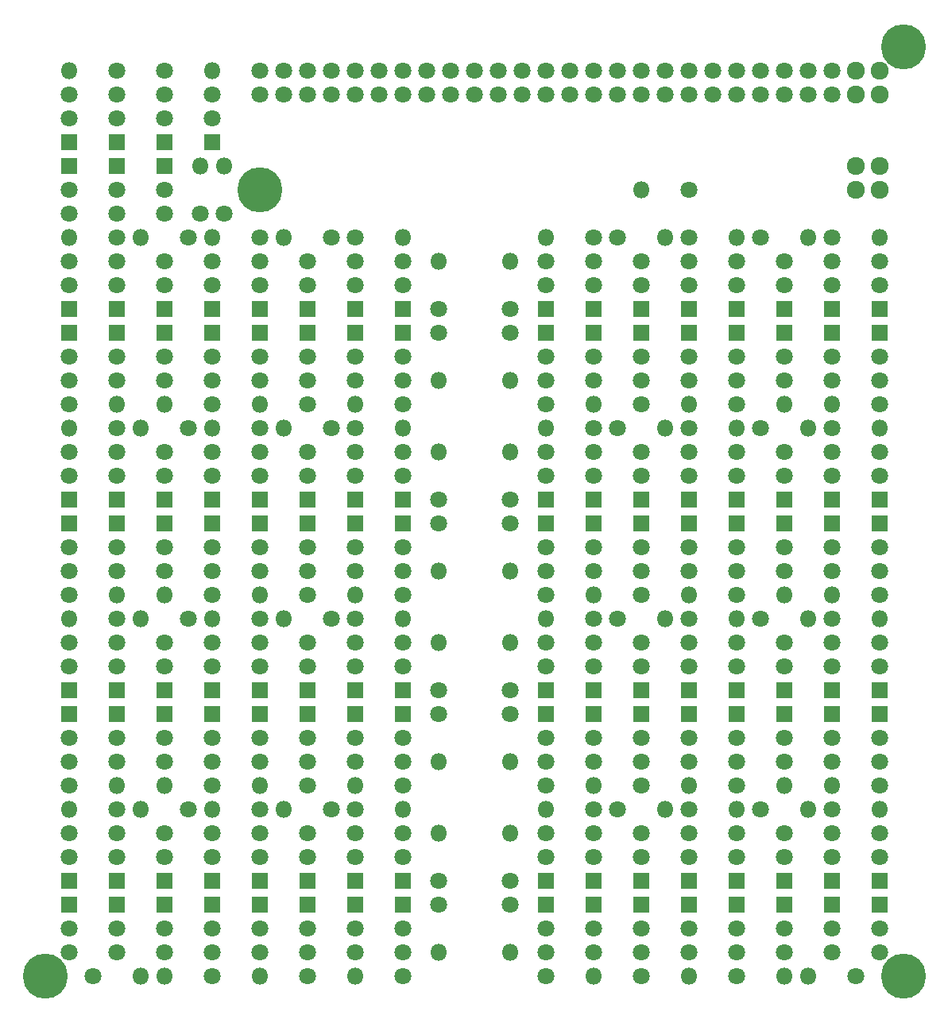
<source format=gbs>
G04 #@! TF.FileFunction,Soldermask,Bot*
%FSLAX46Y46*%
G04 Gerber Fmt 4.6, Leading zero omitted, Abs format (unit mm)*
G04 Created by KiCad (PCBNEW 4.0.7) date Mon May  7 00:57:03 2018*
%MOMM*%
%LPD*%
G01*
G04 APERTURE LIST*
%ADD10C,0.100000*%
%ADD11C,1.924000*%
%ADD12C,1.800000*%
%ADD13O,1.800000X1.800000*%
%ADD14R,1.800000X1.800000*%
%ADD15C,4.800000*%
G04 APERTURE END LIST*
D10*
D11*
X203200000Y-55880000D03*
X203200000Y-58420000D03*
X200660000Y-58420000D03*
X200660000Y-55880000D03*
D12*
X177800000Y-45720000D03*
X177800000Y-48260000D03*
X137160000Y-45720000D03*
X139700000Y-45720000D03*
X142240000Y-45720000D03*
X144780000Y-45720000D03*
X147320000Y-45720000D03*
X149860000Y-45720000D03*
X152400000Y-45720000D03*
X154940000Y-45720000D03*
X154940000Y-48260000D03*
X152400000Y-48260000D03*
X149860000Y-48260000D03*
X147320000Y-48260000D03*
X144780000Y-48260000D03*
X142240000Y-48260000D03*
X139700000Y-48260000D03*
X137160000Y-48260000D03*
X180340000Y-45720000D03*
X182880000Y-45720000D03*
X185420000Y-45720000D03*
X187960000Y-45720000D03*
X190500000Y-45720000D03*
X193040000Y-45720000D03*
X195580000Y-45720000D03*
X198120000Y-45720000D03*
X198120000Y-48260000D03*
X195580000Y-48260000D03*
X193040000Y-48260000D03*
X190500000Y-48260000D03*
X187960000Y-48260000D03*
X185420000Y-48260000D03*
X182880000Y-48260000D03*
X180340000Y-48260000D03*
X157480000Y-45720000D03*
X160020000Y-45720000D03*
X162560000Y-45720000D03*
X165100000Y-45720000D03*
X167640000Y-45720000D03*
X170180000Y-45720000D03*
X172720000Y-45720000D03*
X175260000Y-45720000D03*
X175260000Y-48260000D03*
X172720000Y-48260000D03*
X170180000Y-48260000D03*
X167640000Y-48260000D03*
X165100000Y-48260000D03*
X162560000Y-48260000D03*
X160020000Y-48260000D03*
X157480000Y-48260000D03*
D11*
X200660000Y-45720000D03*
X203200000Y-45720000D03*
X203200000Y-48260000D03*
X200660000Y-48260000D03*
D12*
X182880000Y-58420000D03*
D13*
X177800000Y-58420000D03*
D12*
X167640000Y-81280000D03*
D13*
X172720000Y-81280000D03*
D12*
X177800000Y-81280000D03*
D13*
X182880000Y-81280000D03*
D12*
X187960000Y-81280000D03*
D13*
X193040000Y-81280000D03*
D12*
X203200000Y-81280000D03*
D13*
X198120000Y-81280000D03*
D12*
X163830000Y-71120000D03*
D13*
X163830000Y-66040000D03*
D12*
X163830000Y-73660000D03*
D13*
X163830000Y-78740000D03*
D12*
X172720000Y-63500000D03*
D13*
X167640000Y-63500000D03*
D12*
X175260000Y-63500000D03*
D13*
X180340000Y-63500000D03*
D12*
X182880000Y-63500000D03*
D13*
X187960000Y-63500000D03*
D12*
X190500000Y-63500000D03*
D13*
X195580000Y-63500000D03*
D12*
X198120000Y-63500000D03*
D13*
X203200000Y-63500000D03*
D12*
X167640000Y-101600000D03*
D13*
X172720000Y-101600000D03*
D12*
X177800000Y-101600000D03*
D13*
X182880000Y-101600000D03*
D12*
X187960000Y-101600000D03*
D13*
X193040000Y-101600000D03*
D12*
X203200000Y-101600000D03*
D13*
X198120000Y-101600000D03*
D12*
X163830000Y-91440000D03*
D13*
X163830000Y-86360000D03*
D12*
X163830000Y-93980000D03*
D13*
X163830000Y-99060000D03*
D12*
X172720000Y-83820000D03*
D13*
X167640000Y-83820000D03*
D12*
X175260000Y-83820000D03*
D13*
X180340000Y-83820000D03*
D12*
X182880000Y-83820000D03*
D13*
X187960000Y-83820000D03*
D12*
X190500000Y-83820000D03*
D13*
X195580000Y-83820000D03*
D12*
X198120000Y-83820000D03*
D13*
X203200000Y-83820000D03*
D12*
X167640000Y-121920000D03*
D13*
X172720000Y-121920000D03*
D12*
X177800000Y-121920000D03*
D13*
X182880000Y-121920000D03*
D12*
X187960000Y-121920000D03*
D13*
X193040000Y-121920000D03*
D12*
X203200000Y-121920000D03*
D13*
X198120000Y-121920000D03*
D12*
X163830000Y-111760000D03*
D13*
X163830000Y-106680000D03*
D12*
X163830000Y-114300000D03*
D13*
X163830000Y-119380000D03*
D12*
X172720000Y-104140000D03*
D13*
X167640000Y-104140000D03*
D12*
X175260000Y-104140000D03*
D13*
X180340000Y-104140000D03*
D12*
X182880000Y-104140000D03*
D13*
X187960000Y-104140000D03*
D12*
X190500000Y-104140000D03*
D13*
X195580000Y-104140000D03*
D12*
X198120000Y-104140000D03*
D13*
X203200000Y-104140000D03*
D12*
X167640000Y-142240000D03*
D13*
X172720000Y-142240000D03*
D12*
X177800000Y-142240000D03*
D13*
X182880000Y-142240000D03*
D12*
X187960000Y-142240000D03*
D13*
X193040000Y-142240000D03*
D12*
X200660000Y-142240000D03*
D13*
X195580000Y-142240000D03*
D12*
X163830000Y-132080000D03*
D13*
X163830000Y-127000000D03*
D12*
X163830000Y-134620000D03*
D13*
X163830000Y-139700000D03*
D12*
X172720000Y-124460000D03*
D13*
X167640000Y-124460000D03*
D12*
X175260000Y-124460000D03*
D13*
X180340000Y-124460000D03*
D12*
X182880000Y-124460000D03*
D13*
X187960000Y-124460000D03*
D12*
X190500000Y-124460000D03*
D13*
X195580000Y-124460000D03*
D12*
X198120000Y-124460000D03*
D13*
X203200000Y-124460000D03*
D12*
X152400000Y-142240000D03*
D13*
X147320000Y-142240000D03*
D12*
X142240000Y-142240000D03*
D13*
X137160000Y-142240000D03*
D12*
X132080000Y-142240000D03*
D13*
X127000000Y-142240000D03*
D12*
X119380000Y-142240000D03*
D13*
X124460000Y-142240000D03*
D12*
X156210000Y-132080000D03*
D13*
X156210000Y-127000000D03*
D12*
X156210000Y-134620000D03*
D13*
X156210000Y-139700000D03*
D12*
X147320000Y-124460000D03*
D13*
X152400000Y-124460000D03*
D12*
X144780000Y-124460000D03*
D13*
X139700000Y-124460000D03*
D12*
X137160000Y-124460000D03*
D13*
X132080000Y-124460000D03*
D12*
X129540000Y-124460000D03*
D13*
X124460000Y-124460000D03*
D12*
X121920000Y-124460000D03*
D13*
X116840000Y-124460000D03*
D12*
X152400000Y-121920000D03*
D13*
X147320000Y-121920000D03*
D12*
X142240000Y-121920000D03*
D13*
X137160000Y-121920000D03*
D12*
X132080000Y-121920000D03*
D13*
X127000000Y-121920000D03*
D12*
X116840000Y-121920000D03*
D13*
X121920000Y-121920000D03*
D12*
X156210000Y-111760000D03*
D13*
X156210000Y-106680000D03*
D12*
X156210000Y-114300000D03*
D13*
X156210000Y-119380000D03*
D12*
X147320000Y-104140000D03*
D13*
X152400000Y-104140000D03*
D12*
X144780000Y-104140000D03*
D13*
X139700000Y-104140000D03*
D12*
X137160000Y-104140000D03*
D13*
X132080000Y-104140000D03*
D12*
X129540000Y-104140000D03*
D13*
X124460000Y-104140000D03*
D12*
X121920000Y-104140000D03*
D13*
X116840000Y-104140000D03*
D12*
X152400000Y-101600000D03*
D13*
X147320000Y-101600000D03*
D12*
X142240000Y-101600000D03*
D13*
X137160000Y-101600000D03*
D12*
X132080000Y-101600000D03*
D13*
X127000000Y-101600000D03*
D12*
X116840000Y-101600000D03*
D13*
X121920000Y-101600000D03*
D12*
X156210000Y-91440000D03*
D13*
X156210000Y-86360000D03*
D12*
X156210000Y-93980000D03*
D13*
X156210000Y-99060000D03*
D12*
X147320000Y-83820000D03*
D13*
X152400000Y-83820000D03*
D12*
X144780000Y-83820000D03*
D13*
X139700000Y-83820000D03*
D12*
X137160000Y-83820000D03*
D13*
X132080000Y-83820000D03*
D12*
X129540000Y-83820000D03*
D13*
X124460000Y-83820000D03*
D12*
X121920000Y-83820000D03*
D13*
X116840000Y-83820000D03*
D12*
X152400000Y-81280000D03*
D13*
X147320000Y-81280000D03*
D12*
X142240000Y-81280000D03*
D13*
X137160000Y-81280000D03*
D12*
X132080000Y-81280000D03*
D13*
X127000000Y-81280000D03*
D12*
X116840000Y-81280000D03*
D13*
X121920000Y-81280000D03*
D12*
X156210000Y-71120000D03*
D13*
X156210000Y-66040000D03*
D12*
X156210000Y-73660000D03*
D13*
X156210000Y-78740000D03*
D12*
X147320000Y-63500000D03*
D13*
X152400000Y-63500000D03*
D12*
X144780000Y-63500000D03*
D13*
X139700000Y-63500000D03*
D12*
X137160000Y-63500000D03*
D13*
X132080000Y-63500000D03*
D12*
X129540000Y-63500000D03*
D13*
X124460000Y-63500000D03*
D12*
X121920000Y-63500000D03*
D13*
X116840000Y-63500000D03*
D12*
X121920000Y-45720000D03*
D13*
X116840000Y-45720000D03*
D12*
X127000000Y-45720000D03*
D13*
X132080000Y-45720000D03*
D12*
X130810000Y-60960000D03*
D13*
X130810000Y-55880000D03*
D12*
X133350000Y-60960000D03*
D13*
X133350000Y-55880000D03*
D12*
X121920000Y-58420000D03*
X121920000Y-60960000D03*
D14*
X121920000Y-55880000D03*
D12*
X116840000Y-58420000D03*
X116840000Y-60960000D03*
D14*
X116840000Y-55880000D03*
D12*
X132080000Y-50800000D03*
X132080000Y-48260000D03*
D14*
X132080000Y-53340000D03*
D12*
X127000000Y-50800000D03*
X127000000Y-48260000D03*
D14*
X127000000Y-53340000D03*
D12*
X121920000Y-50800000D03*
X121920000Y-48260000D03*
D14*
X121920000Y-53340000D03*
D12*
X116840000Y-50800000D03*
X116840000Y-48260000D03*
D14*
X116840000Y-53340000D03*
D12*
X116840000Y-68580000D03*
X116840000Y-66040000D03*
D14*
X116840000Y-71120000D03*
D12*
X121920000Y-68580000D03*
X121920000Y-66040000D03*
D14*
X121920000Y-71120000D03*
D12*
X127000000Y-68580000D03*
X127000000Y-66040000D03*
D14*
X127000000Y-71120000D03*
D12*
X132080000Y-68580000D03*
X132080000Y-66040000D03*
D14*
X132080000Y-71120000D03*
D12*
X137160000Y-68580000D03*
X137160000Y-66040000D03*
D14*
X137160000Y-71120000D03*
D12*
X142240000Y-68580000D03*
X142240000Y-66040000D03*
D14*
X142240000Y-71120000D03*
D12*
X147320000Y-68580000D03*
X147320000Y-66040000D03*
D14*
X147320000Y-71120000D03*
D12*
X152400000Y-68580000D03*
X152400000Y-66040000D03*
D14*
X152400000Y-71120000D03*
D12*
X116840000Y-76200000D03*
X116840000Y-78740000D03*
D14*
X116840000Y-73660000D03*
D12*
X121920000Y-76200000D03*
X121920000Y-78740000D03*
D14*
X121920000Y-73660000D03*
D12*
X127000000Y-76200000D03*
X127000000Y-78740000D03*
D14*
X127000000Y-73660000D03*
D12*
X132080000Y-76200000D03*
X132080000Y-78740000D03*
D14*
X132080000Y-73660000D03*
D12*
X137160000Y-76200000D03*
X137160000Y-78740000D03*
D14*
X137160000Y-73660000D03*
D12*
X142240000Y-76200000D03*
X142240000Y-78740000D03*
D14*
X142240000Y-73660000D03*
D12*
X147320000Y-76200000D03*
X147320000Y-78740000D03*
D14*
X147320000Y-73660000D03*
D12*
X152400000Y-76200000D03*
X152400000Y-78740000D03*
D14*
X152400000Y-73660000D03*
D12*
X116840000Y-88900000D03*
X116840000Y-86360000D03*
D14*
X116840000Y-91440000D03*
D12*
X121920000Y-88900000D03*
X121920000Y-86360000D03*
D14*
X121920000Y-91440000D03*
D12*
X127000000Y-88900000D03*
X127000000Y-86360000D03*
D14*
X127000000Y-91440000D03*
D12*
X132080000Y-88900000D03*
X132080000Y-86360000D03*
D14*
X132080000Y-91440000D03*
D12*
X137160000Y-88900000D03*
X137160000Y-86360000D03*
D14*
X137160000Y-91440000D03*
D12*
X142240000Y-88900000D03*
X142240000Y-86360000D03*
D14*
X142240000Y-91440000D03*
D12*
X147320000Y-88900000D03*
X147320000Y-86360000D03*
D14*
X147320000Y-91440000D03*
D12*
X152400000Y-88900000D03*
X152400000Y-86360000D03*
D14*
X152400000Y-91440000D03*
D12*
X116840000Y-96520000D03*
X116840000Y-99060000D03*
D14*
X116840000Y-93980000D03*
D12*
X121920000Y-96520000D03*
X121920000Y-99060000D03*
D14*
X121920000Y-93980000D03*
D12*
X127000000Y-96520000D03*
X127000000Y-99060000D03*
D14*
X127000000Y-93980000D03*
D12*
X132080000Y-96520000D03*
X132080000Y-99060000D03*
D14*
X132080000Y-93980000D03*
D12*
X137160000Y-96520000D03*
X137160000Y-99060000D03*
D14*
X137160000Y-93980000D03*
D12*
X142240000Y-96520000D03*
X142240000Y-99060000D03*
D14*
X142240000Y-93980000D03*
D12*
X147320000Y-96520000D03*
X147320000Y-99060000D03*
D14*
X147320000Y-93980000D03*
D12*
X152400000Y-96520000D03*
X152400000Y-99060000D03*
D14*
X152400000Y-93980000D03*
D12*
X116840000Y-109220000D03*
X116840000Y-106680000D03*
D14*
X116840000Y-111760000D03*
D12*
X121920000Y-109220000D03*
X121920000Y-106680000D03*
D14*
X121920000Y-111760000D03*
D12*
X127000000Y-109220000D03*
X127000000Y-106680000D03*
D14*
X127000000Y-111760000D03*
D12*
X132080000Y-109220000D03*
X132080000Y-106680000D03*
D14*
X132080000Y-111760000D03*
D12*
X137160000Y-109220000D03*
X137160000Y-106680000D03*
D14*
X137160000Y-111760000D03*
D12*
X142240000Y-109220000D03*
X142240000Y-106680000D03*
D14*
X142240000Y-111760000D03*
D12*
X147320000Y-109220000D03*
X147320000Y-106680000D03*
D14*
X147320000Y-111760000D03*
D12*
X152400000Y-109220000D03*
X152400000Y-106680000D03*
D14*
X152400000Y-111760000D03*
D12*
X116840000Y-116840000D03*
X116840000Y-119380000D03*
D14*
X116840000Y-114300000D03*
D12*
X121920000Y-116840000D03*
X121920000Y-119380000D03*
D14*
X121920000Y-114300000D03*
D12*
X127000000Y-116840000D03*
X127000000Y-119380000D03*
D14*
X127000000Y-114300000D03*
D12*
X132080000Y-116840000D03*
X132080000Y-119380000D03*
D14*
X132080000Y-114300000D03*
D12*
X137160000Y-116840000D03*
X137160000Y-119380000D03*
D14*
X137160000Y-114300000D03*
D12*
X142240000Y-116840000D03*
X142240000Y-119380000D03*
D14*
X142240000Y-114300000D03*
D12*
X147320000Y-116840000D03*
X147320000Y-119380000D03*
D14*
X147320000Y-114300000D03*
D12*
X152400000Y-116840000D03*
X152400000Y-119380000D03*
D14*
X152400000Y-114300000D03*
D12*
X116840000Y-129540000D03*
X116840000Y-127000000D03*
D14*
X116840000Y-132080000D03*
D12*
X121920000Y-129540000D03*
X121920000Y-127000000D03*
D14*
X121920000Y-132080000D03*
D12*
X127000000Y-129540000D03*
X127000000Y-127000000D03*
D14*
X127000000Y-132080000D03*
D12*
X132080000Y-129540000D03*
X132080000Y-127000000D03*
D14*
X132080000Y-132080000D03*
D12*
X137160000Y-129540000D03*
X137160000Y-127000000D03*
D14*
X137160000Y-132080000D03*
D12*
X142240000Y-129540000D03*
X142240000Y-127000000D03*
D14*
X142240000Y-132080000D03*
D12*
X147320000Y-129540000D03*
X147320000Y-127000000D03*
D14*
X147320000Y-132080000D03*
D12*
X152400000Y-129540000D03*
X152400000Y-127000000D03*
D14*
X152400000Y-132080000D03*
D12*
X116840000Y-137160000D03*
X116840000Y-139700000D03*
D14*
X116840000Y-134620000D03*
D12*
X121920000Y-137160000D03*
X121920000Y-139700000D03*
D14*
X121920000Y-134620000D03*
D12*
X127000000Y-137160000D03*
X127000000Y-139700000D03*
D14*
X127000000Y-134620000D03*
D12*
X132080000Y-137160000D03*
X132080000Y-139700000D03*
D14*
X132080000Y-134620000D03*
D12*
X137160000Y-137160000D03*
X137160000Y-139700000D03*
D14*
X137160000Y-134620000D03*
D12*
X142240000Y-137160000D03*
X142240000Y-139700000D03*
D14*
X142240000Y-134620000D03*
D12*
X147320000Y-137160000D03*
X147320000Y-139700000D03*
D14*
X147320000Y-134620000D03*
D12*
X152400000Y-137160000D03*
X152400000Y-139700000D03*
D14*
X152400000Y-134620000D03*
D12*
X203200000Y-129540000D03*
X203200000Y-127000000D03*
D14*
X203200000Y-132080000D03*
D12*
X198120000Y-129540000D03*
X198120000Y-127000000D03*
D14*
X198120000Y-132080000D03*
D12*
X193040000Y-129540000D03*
X193040000Y-127000000D03*
D14*
X193040000Y-132080000D03*
D12*
X187960000Y-129540000D03*
X187960000Y-127000000D03*
D14*
X187960000Y-132080000D03*
D12*
X182880000Y-129540000D03*
X182880000Y-127000000D03*
D14*
X182880000Y-132080000D03*
D12*
X177800000Y-129540000D03*
X177800000Y-127000000D03*
D14*
X177800000Y-132080000D03*
D12*
X172720000Y-129540000D03*
X172720000Y-127000000D03*
D14*
X172720000Y-132080000D03*
D12*
X167640000Y-129540000D03*
X167640000Y-127000000D03*
D14*
X167640000Y-132080000D03*
D12*
X203200000Y-137160000D03*
X203200000Y-139700000D03*
D14*
X203200000Y-134620000D03*
D12*
X198120000Y-137160000D03*
X198120000Y-139700000D03*
D14*
X198120000Y-134620000D03*
D12*
X193040000Y-137160000D03*
X193040000Y-139700000D03*
D14*
X193040000Y-134620000D03*
D12*
X187960000Y-137160000D03*
X187960000Y-139700000D03*
D14*
X187960000Y-134620000D03*
D12*
X182880000Y-137160000D03*
X182880000Y-139700000D03*
D14*
X182880000Y-134620000D03*
D12*
X177800000Y-137160000D03*
X177800000Y-139700000D03*
D14*
X177800000Y-134620000D03*
D12*
X172720000Y-137160000D03*
X172720000Y-139700000D03*
D14*
X172720000Y-134620000D03*
D12*
X167640000Y-137160000D03*
X167640000Y-139700000D03*
D14*
X167640000Y-134620000D03*
D12*
X198120000Y-109220000D03*
X198120000Y-106680000D03*
D14*
X198120000Y-111760000D03*
D12*
X193040000Y-109220000D03*
X193040000Y-106680000D03*
D14*
X193040000Y-111760000D03*
D12*
X187960000Y-109220000D03*
X187960000Y-106680000D03*
D14*
X187960000Y-111760000D03*
D12*
X182880000Y-109220000D03*
X182880000Y-106680000D03*
D14*
X182880000Y-111760000D03*
D12*
X177800000Y-109220000D03*
X177800000Y-106680000D03*
D14*
X177800000Y-111760000D03*
D12*
X172720000Y-109220000D03*
X172720000Y-106680000D03*
D14*
X172720000Y-111760000D03*
D12*
X167640000Y-109220000D03*
X167640000Y-106680000D03*
D14*
X167640000Y-111760000D03*
D12*
X203200000Y-116840000D03*
X203200000Y-119380000D03*
D14*
X203200000Y-114300000D03*
D12*
X198120000Y-116840000D03*
X198120000Y-119380000D03*
D14*
X198120000Y-114300000D03*
D12*
X193040000Y-116840000D03*
X193040000Y-119380000D03*
D14*
X193040000Y-114300000D03*
D12*
X187960000Y-116840000D03*
X187960000Y-119380000D03*
D14*
X187960000Y-114300000D03*
D12*
X182880000Y-116840000D03*
X182880000Y-119380000D03*
D14*
X182880000Y-114300000D03*
D12*
X177800000Y-116840000D03*
X177800000Y-119380000D03*
D14*
X177800000Y-114300000D03*
D12*
X172720000Y-116840000D03*
X172720000Y-119380000D03*
D14*
X172720000Y-114300000D03*
D12*
X167640000Y-116840000D03*
X167640000Y-119380000D03*
D14*
X167640000Y-114300000D03*
D12*
X198120000Y-88900000D03*
X198120000Y-86360000D03*
D14*
X198120000Y-91440000D03*
D12*
X193040000Y-88900000D03*
X193040000Y-86360000D03*
D14*
X193040000Y-91440000D03*
D12*
X187960000Y-88900000D03*
X187960000Y-86360000D03*
D14*
X187960000Y-91440000D03*
D12*
X182880000Y-88900000D03*
X182880000Y-86360000D03*
D14*
X182880000Y-91440000D03*
D12*
X177800000Y-88900000D03*
X177800000Y-86360000D03*
D14*
X177800000Y-91440000D03*
D12*
X172720000Y-88900000D03*
X172720000Y-86360000D03*
D14*
X172720000Y-91440000D03*
D12*
X167640000Y-88900000D03*
X167640000Y-86360000D03*
D14*
X167640000Y-91440000D03*
D12*
X203200000Y-96520000D03*
X203200000Y-99060000D03*
D14*
X203200000Y-93980000D03*
D12*
X203200000Y-68580000D03*
X203200000Y-66040000D03*
D14*
X203200000Y-71120000D03*
D12*
X198120000Y-68580000D03*
X198120000Y-66040000D03*
D14*
X198120000Y-71120000D03*
D12*
X193040000Y-68580000D03*
X193040000Y-66040000D03*
D14*
X193040000Y-71120000D03*
D12*
X187960000Y-68580000D03*
X187960000Y-66040000D03*
D14*
X187960000Y-71120000D03*
D12*
X182880000Y-68580000D03*
X182880000Y-66040000D03*
D14*
X182880000Y-71120000D03*
D12*
X203200000Y-76200000D03*
X203200000Y-78740000D03*
D14*
X203200000Y-73660000D03*
D12*
X198120000Y-76200000D03*
X198120000Y-78740000D03*
D14*
X198120000Y-73660000D03*
D12*
X193040000Y-76200000D03*
X193040000Y-78740000D03*
D14*
X193040000Y-73660000D03*
D12*
X187960000Y-76200000D03*
X187960000Y-78740000D03*
D14*
X187960000Y-73660000D03*
D12*
X198120000Y-96520000D03*
X198120000Y-99060000D03*
D14*
X198120000Y-93980000D03*
D12*
X193040000Y-96520000D03*
X193040000Y-99060000D03*
D14*
X193040000Y-93980000D03*
D12*
X187960000Y-96520000D03*
X187960000Y-99060000D03*
D14*
X187960000Y-93980000D03*
D12*
X182880000Y-96520000D03*
X182880000Y-99060000D03*
D14*
X182880000Y-93980000D03*
D12*
X177800000Y-96520000D03*
X177800000Y-99060000D03*
D14*
X177800000Y-93980000D03*
D12*
X172720000Y-96520000D03*
X172720000Y-99060000D03*
D14*
X172720000Y-93980000D03*
D12*
X167640000Y-96520000D03*
X167640000Y-99060000D03*
D14*
X167640000Y-93980000D03*
D12*
X177800000Y-68580000D03*
X177800000Y-66040000D03*
D14*
X177800000Y-71120000D03*
D12*
X172720000Y-68580000D03*
X172720000Y-66040000D03*
D14*
X172720000Y-71120000D03*
D12*
X167640000Y-68580000D03*
X167640000Y-66040000D03*
D14*
X167640000Y-71120000D03*
D12*
X182880000Y-76200000D03*
X182880000Y-78740000D03*
D14*
X182880000Y-73660000D03*
D12*
X177800000Y-76200000D03*
X177800000Y-78740000D03*
D14*
X177800000Y-73660000D03*
D12*
X172720000Y-76200000D03*
X172720000Y-78740000D03*
D14*
X172720000Y-73660000D03*
D12*
X167640000Y-76200000D03*
X167640000Y-78740000D03*
D14*
X167640000Y-73660000D03*
D12*
X203200000Y-109220000D03*
X203200000Y-106680000D03*
D14*
X203200000Y-111760000D03*
D12*
X203200000Y-88900000D03*
X203200000Y-86360000D03*
D14*
X203200000Y-91440000D03*
D12*
X127000000Y-58420000D03*
X127000000Y-60960000D03*
D14*
X127000000Y-55880000D03*
D15*
X205740000Y-43180000D03*
X114300000Y-142240000D03*
X205740000Y-142240000D03*
X137160000Y-58420000D03*
M02*

</source>
